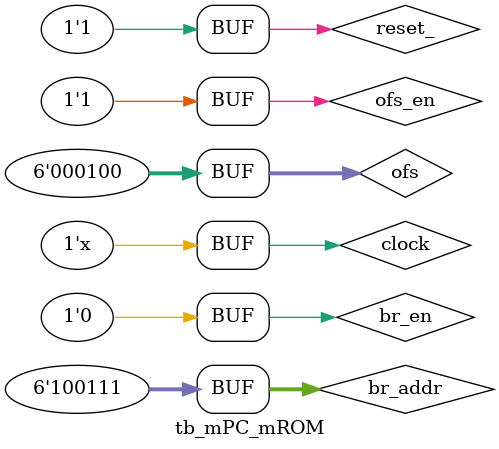
<source format=v>
module tb_mPC_mROM();
   parameter ADDR_WIDTH = 6;
   
   reg ofs_en, br_en, clock, reset_;
   reg [ADDR_WIDTH-1:0] ofs;
   reg [ADDR_WIDTH-1:0] br_addr;
   wire [ADDR_WIDTH-1:0] pc_addr;
   wire [31:0] rom_ir;
   
   reg [ADDR_WIDTH-1:0]PC;
   reg [31:0] IR;
   reg valid;
   
   mpc #(ADDR_WIDTH)mPC(pc_addr, ofs, br_addr, ofs_en, br_en, clock, reset_);
   mrom mIM(pc_addr, rom_ir);
   
   always@(posedge clock or negedge reset_) begin
       if(!reset_) begin
           PC = 0;
           IR = 0;
           //valid = 0;
       end
       else begin
           PC = pc_addr;
           IR = rom_ir;
           //valid = !br;
       end
   end
   
   initial begin
       clock = 0;
       reset_= 1;
       ofs = 6'b000100;
       br_addr = 6'b100111;
       ofs_en = 0;
       br_en = 0;
       #3;
       reset_=0;
       #5;
       reset_=1;
       #30;
       br_en = 1;
       #10;
       br_en = 0;
       #30;
       ofs_en = 1;
       
   end
   
   always #5 clock = ~clock;
endmodule
</source>
